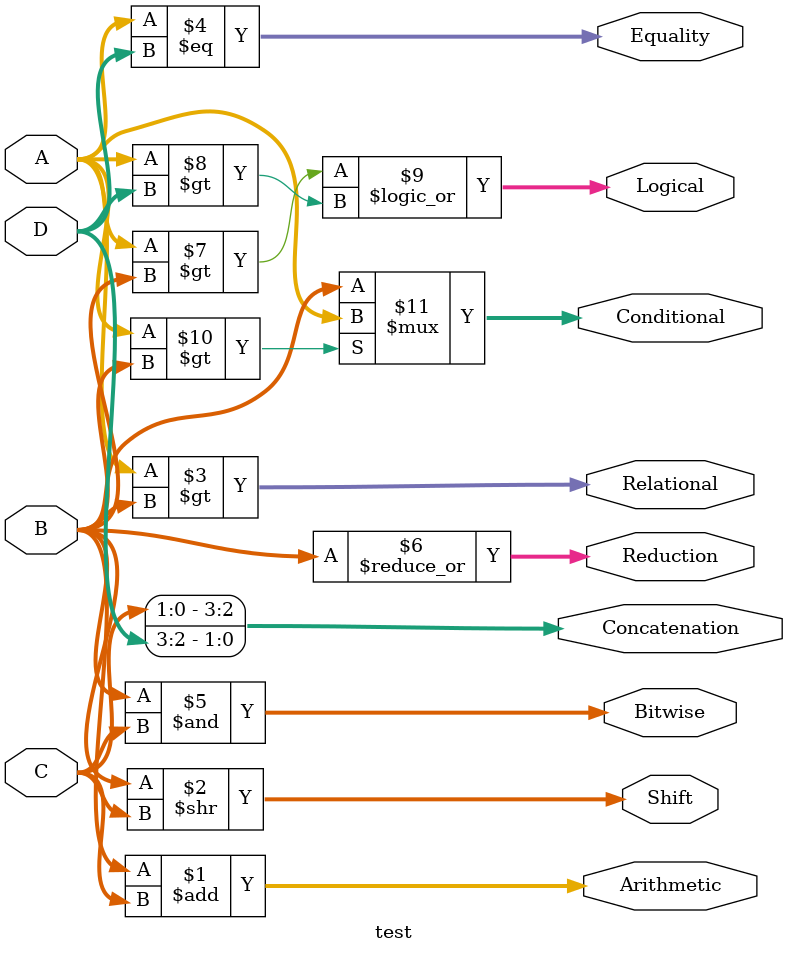
<source format=v>
module test(
   input [3:0] A,
    input [3:0] B,
    input [3:0] C,
    input [3:0] D,
    output [3:0] Arithmetic,
    output [3:0] Shift,
    output [3:0] Relational,
    output [3:0] Equality,
    output [3:0] Bitwise,
    output [3:0] Reduction,
    output [3:0] Logical,
    output [3:0] Concatenation,
    output [3:0] Conditional
);
    assign Arithmetic = B+C;
    assign Shift = B>>C;
    assign Relational = A > B;
    assign Equality = A == D;
    assign Bitwise = B & C;
    assign Reduction = |B;
    assign Logical = (A > B) || (A > D);
    assign Concatenation = {C[1:0], D[3:2]};
    assign Conditional = (A>B) ? A : B;
endmodule

</source>
